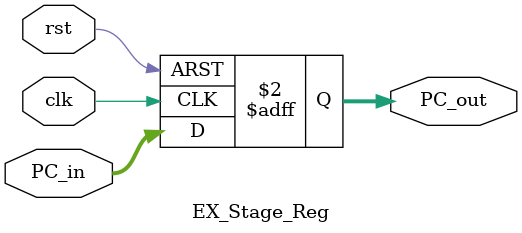
<source format=v>

module EX_Stage_Reg (
    input clk, rst,
    input[31:0] PC_in,
    output reg[31:0] PC_out
);
    always @(posedge clk or posedge rst) begin
        if (rst) begin
            PC_out <= 32'b0;
        end else begin
            PC_out <= PC_in;
        end
    end
endmodule
</source>
